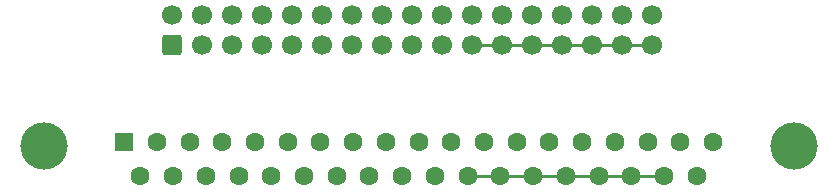
<source format=gbr>
%TF.GenerationSoftware,KiCad,Pcbnew,(6.0.6)*%
%TF.CreationDate,2023-06-09T12:55:26+02:00*%
%TF.ProjectId,FDAdapter,46444164-6170-4746-9572-2e6b69636164,rev?*%
%TF.SameCoordinates,Original*%
%TF.FileFunction,Copper,L1,Top*%
%TF.FilePolarity,Positive*%
%FSLAX46Y46*%
G04 Gerber Fmt 4.6, Leading zero omitted, Abs format (unit mm)*
G04 Created by KiCad (PCBNEW (6.0.6)) date 2023-06-09 12:55:26*
%MOMM*%
%LPD*%
G01*
G04 APERTURE LIST*
G04 Aperture macros list*
%AMRoundRect*
0 Rectangle with rounded corners*
0 $1 Rounding radius*
0 $2 $3 $4 $5 $6 $7 $8 $9 X,Y pos of 4 corners*
0 Add a 4 corners polygon primitive as box body*
4,1,4,$2,$3,$4,$5,$6,$7,$8,$9,$2,$3,0*
0 Add four circle primitives for the rounded corners*
1,1,$1+$1,$2,$3*
1,1,$1+$1,$4,$5*
1,1,$1+$1,$6,$7*
1,1,$1+$1,$8,$9*
0 Add four rect primitives between the rounded corners*
20,1,$1+$1,$2,$3,$4,$5,0*
20,1,$1+$1,$4,$5,$6,$7,0*
20,1,$1+$1,$6,$7,$8,$9,0*
20,1,$1+$1,$8,$9,$2,$3,0*%
G04 Aperture macros list end*
%TA.AperFunction,ComponentPad*%
%ADD10C,4.000000*%
%TD*%
%TA.AperFunction,ComponentPad*%
%ADD11R,1.600000X1.600000*%
%TD*%
%TA.AperFunction,ComponentPad*%
%ADD12C,1.600000*%
%TD*%
%TA.AperFunction,ComponentPad*%
%ADD13RoundRect,0.250000X0.600000X-0.600000X0.600000X0.600000X-0.600000X0.600000X-0.600000X-0.600000X0*%
%TD*%
%TA.AperFunction,ComponentPad*%
%ADD14C,1.700000*%
%TD*%
%TA.AperFunction,Conductor*%
%ADD15C,0.250000*%
%TD*%
G04 APERTURE END LIST*
D10*
%TO.P,J1,0*%
%TO.N,N/C*%
X189316000Y-70404000D03*
X125816000Y-70404000D03*
D11*
%TO.P,J1,1,1*%
%TO.N,~{DENSITY}*%
X132636000Y-70104000D03*
D12*
%TO.P,J1,2,2*%
%TO.N,unconnected-(J1-Pad2)*%
X135406000Y-70104000D03*
%TO.P,J1,3,3*%
%TO.N,~{DS3}*%
X138176000Y-70104000D03*
%TO.P,J1,4,4*%
%TO.N,~{INDEX}*%
X140946000Y-70104000D03*
%TO.P,J1,5,5*%
%TO.N,~{DS0}*%
X143716000Y-70104000D03*
%TO.P,J1,6,6*%
%TO.N,~{DS1}*%
X146486000Y-70104000D03*
%TO.P,J1,7,7*%
%TO.N,~{DS2}*%
X149256000Y-70104000D03*
%TO.P,J1,8,8*%
%TO.N,~{MOTOR}*%
X152026000Y-70104000D03*
%TO.P,J1,9,9*%
%TO.N,~{DIR}*%
X154796000Y-70104000D03*
%TO.P,J1,10,10*%
%TO.N,~{STEP}*%
X157566000Y-70104000D03*
%TO.P,J1,11,11*%
%TO.N,~{WDATA}*%
X160336000Y-70104000D03*
%TO.P,J1,12,12*%
%TO.N,~{WGATE}*%
X163106000Y-70104000D03*
%TO.P,J1,13,13*%
%TO.N,~{TRK0}*%
X165876000Y-70104000D03*
%TO.P,J1,14,14*%
%TO.N,~{WPROT}*%
X168646000Y-70104000D03*
%TO.P,J1,15,15*%
%TO.N,~{RDATA}*%
X171416000Y-70104000D03*
%TO.P,J1,16,16*%
%TO.N,~{SIDE}*%
X174186000Y-70104000D03*
%TO.P,J1,17,17*%
%TO.N,~{RDY}*%
X176956000Y-70104000D03*
%TO.P,J1,18,18*%
%TO.N,unconnected-(J1-Pad18)*%
X179726000Y-70104000D03*
%TO.P,J1,19,19*%
%TO.N,unconnected-(J1-Pad19)*%
X182496000Y-70104000D03*
%TO.P,J1,20,20*%
%TO.N,~{OPT0}*%
X134021000Y-72944000D03*
%TO.P,J1,21,21*%
%TO.N,~{OPT1}*%
X136791000Y-72944000D03*
%TO.P,J1,22,22*%
%TO.N,~{OPT2}*%
X139561000Y-72944000D03*
%TO.P,J1,23,23*%
%TO.N,~{OPT3}*%
X142331000Y-72944000D03*
%TO.P,J1,24,24*%
%TO.N,~{EJECT}*%
X145101000Y-72944000D03*
%TO.P,J1,25,25*%
%TO.N,~{EjectMSK}*%
X147871000Y-72944000D03*
%TO.P,J1,26,26*%
%TO.N,LED*%
X150641000Y-72944000D03*
%TO.P,J1,27,27*%
%TO.N,~{INSERTED}*%
X153411000Y-72944000D03*
%TO.P,J1,28,28*%
%TO.N,~{ERROR}*%
X156181000Y-72944000D03*
%TO.P,J1,29,29*%
%TO.N,~{FDDINT}*%
X158951000Y-72944000D03*
%TO.P,J1,30,30*%
%TO.N,GND*%
X161721000Y-72944000D03*
%TO.P,J1,31,31*%
X164491000Y-72944000D03*
%TO.P,J1,32,32*%
X167261000Y-72944000D03*
%TO.P,J1,33,33*%
X170031000Y-72944000D03*
%TO.P,J1,34,34*%
X172801000Y-72944000D03*
%TO.P,J1,35,35*%
X175571000Y-72944000D03*
%TO.P,J1,36,36*%
X178341000Y-72944000D03*
%TO.P,J1,37,37*%
%TO.N,unconnected-(J1-Pad37)*%
X181111000Y-72944000D03*
%TD*%
D13*
%TO.P,J2,1,Pin_1*%
%TO.N,~{OPT0}*%
X136652000Y-61831500D03*
D14*
%TO.P,J2,2,Pin_2*%
%TO.N,~{DENSITY}*%
X136652000Y-59291500D03*
%TO.P,J2,3,Pin_3*%
%TO.N,~{OPT1}*%
X139192000Y-61831500D03*
%TO.P,J2,4,Pin_4*%
%TO.N,unconnected-(J2-Pad4)*%
X139192000Y-59291500D03*
%TO.P,J2,5,Pin_5*%
%TO.N,~{OPT2}*%
X141732000Y-61831500D03*
%TO.P,J2,6,Pin_6*%
%TO.N,~{DS3}*%
X141732000Y-59291500D03*
%TO.P,J2,7,Pin_7*%
%TO.N,~{OPT3}*%
X144272000Y-61831500D03*
%TO.P,J2,8,Pin_8*%
%TO.N,~{INDEX}*%
X144272000Y-59291500D03*
%TO.P,J2,9,Pin_9*%
%TO.N,~{EJECT}*%
X146812000Y-61831500D03*
%TO.P,J2,10,Pin_10*%
%TO.N,~{DS0}*%
X146812000Y-59291500D03*
%TO.P,J2,11,Pin_11*%
%TO.N,~{EjectMSK}*%
X149352000Y-61831500D03*
%TO.P,J2,12,Pin_12*%
%TO.N,~{DS1}*%
X149352000Y-59291500D03*
%TO.P,J2,13,Pin_13*%
%TO.N,~{LED_BLINK}*%
X151892000Y-61831500D03*
%TO.P,J2,14,Pin_14*%
%TO.N,~{DS2}*%
X151892000Y-59291500D03*
%TO.P,J2,15,Pin_15*%
%TO.N,~{INSERTED}*%
X154432000Y-61831500D03*
%TO.P,J2,16,Pin_16*%
%TO.N,~{MOTOR}*%
X154432000Y-59291500D03*
%TO.P,J2,17,Pin_17*%
%TO.N,~{ERROR}*%
X156972000Y-61831500D03*
%TO.P,J2,18,Pin_18*%
%TO.N,~{DIR}*%
X156972000Y-59291500D03*
%TO.P,J2,19,Pin_19*%
%TO.N,~{FDDINT}*%
X159512000Y-61831500D03*
%TO.P,J2,20,Pin_20*%
%TO.N,~{STEP}*%
X159512000Y-59291500D03*
%TO.P,J2,21,Pin_21*%
%TO.N,GND*%
X162052000Y-61831500D03*
%TO.P,J2,22,Pin_22*%
%TO.N,~{WDATA}*%
X162052000Y-59291500D03*
%TO.P,J2,23,Pin_23*%
%TO.N,GND*%
X164592000Y-61831500D03*
%TO.P,J2,24,Pin_24*%
%TO.N,~{WGATE}*%
X164592000Y-59291500D03*
%TO.P,J2,25,Pin_25*%
%TO.N,GND*%
X167132000Y-61831500D03*
%TO.P,J2,26,Pin_26*%
%TO.N,~{TRK0}*%
X167132000Y-59291500D03*
%TO.P,J2,27,Pin_27*%
%TO.N,GND*%
X169672000Y-61831500D03*
%TO.P,J2,28,Pin_28*%
%TO.N,~{WPROT}*%
X169672000Y-59291500D03*
%TO.P,J2,29,Pin_29*%
%TO.N,GND*%
X172212000Y-61831500D03*
%TO.P,J2,30,Pin_30*%
%TO.N,~{RDATA}*%
X172212000Y-59291500D03*
%TO.P,J2,31,Pin_31*%
%TO.N,GND*%
X174752000Y-61831500D03*
%TO.P,J2,32,Pin_32*%
%TO.N,~{SIDE}*%
X174752000Y-59291500D03*
%TO.P,J2,33,Pin_33*%
%TO.N,GND*%
X177292000Y-61831500D03*
%TO.P,J2,34,Pin_34*%
%TO.N,~{RDY}*%
X177292000Y-59291500D03*
%TD*%
D15*
%TO.N,GND*%
X169672000Y-61831500D02*
X167132000Y-61831500D01*
X167132000Y-61831500D02*
X164592000Y-61831500D01*
X170031000Y-72944000D02*
X167261000Y-72944000D01*
X175571000Y-72944000D02*
X172801000Y-72944000D01*
X164592000Y-61831500D02*
X162052000Y-61831500D01*
X164491000Y-72944000D02*
X161721000Y-72944000D01*
X177292000Y-61831500D02*
X174752000Y-61831500D01*
X172801000Y-72944000D02*
X170031000Y-72944000D01*
X174752000Y-61831500D02*
X172212000Y-61831500D01*
X178341000Y-72944000D02*
X175571000Y-72944000D01*
X172212000Y-61831500D02*
X169672000Y-61831500D01*
X167261000Y-72944000D02*
X164491000Y-72944000D01*
%TD*%
M02*

</source>
